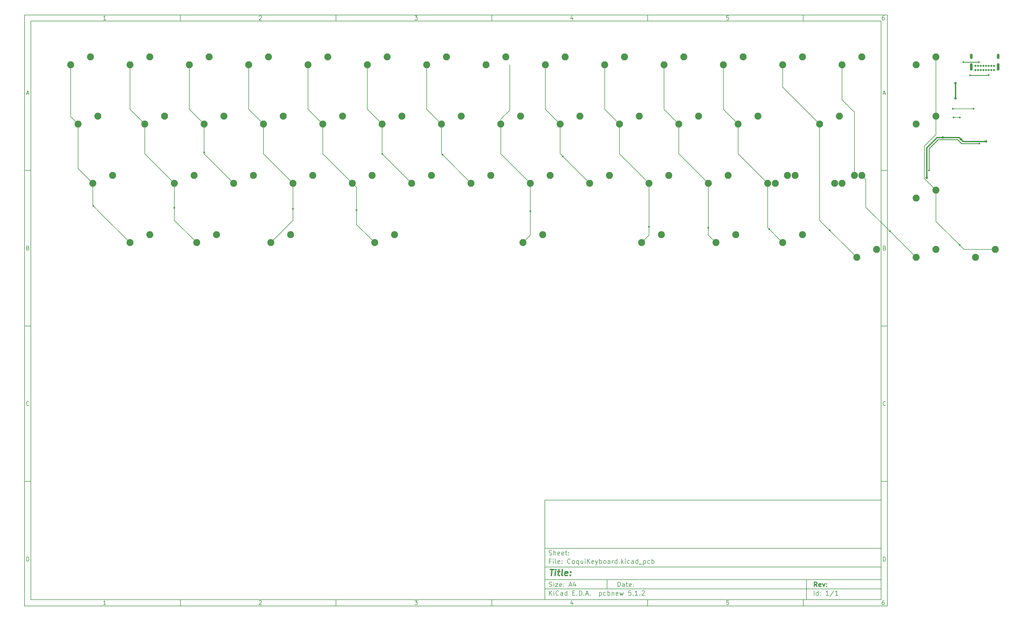
<source format=gbr>
%TF.GenerationSoftware,KiCad,Pcbnew,5.1.2*%
%TF.CreationDate,2019-06-09T19:24:23-04:00*%
%TF.ProjectId,CoquiKeyboard,436f7175-694b-4657-9962-6f6172642e6b,rev?*%
%TF.SameCoordinates,Original*%
%TF.FileFunction,Copper,L1,Top*%
%TF.FilePolarity,Positive*%
%FSLAX46Y46*%
G04 Gerber Fmt 4.6, Leading zero omitted, Abs format (unit mm)*
G04 Created by KiCad (PCBNEW 5.1.2) date 2019-06-09 19:24:23*
%MOMM*%
%LPD*%
G04 APERTURE LIST*
%ADD10C,0.100000*%
%ADD11C,0.150000*%
%ADD12C,0.300000*%
%ADD13C,0.400000*%
%ADD14C,2.250000*%
%ADD15C,0.650000*%
%ADD16O,0.900000X2.400000*%
%ADD17O,0.900000X1.700000*%
%ADD18C,0.800000*%
%ADD19C,0.600000*%
%ADD20C,0.381000*%
%ADD21C,0.203200*%
%ADD22C,0.250000*%
G04 APERTURE END LIST*
D10*
D11*
X177002200Y-166007200D02*
X177002200Y-198007200D01*
X285002200Y-198007200D01*
X285002200Y-166007200D01*
X177002200Y-166007200D01*
D10*
D11*
X10000000Y-10000000D02*
X10000000Y-200007200D01*
X287002200Y-200007200D01*
X287002200Y-10000000D01*
X10000000Y-10000000D01*
D10*
D11*
X12000000Y-12000000D02*
X12000000Y-198007200D01*
X285002200Y-198007200D01*
X285002200Y-12000000D01*
X12000000Y-12000000D01*
D10*
D11*
X60000000Y-12000000D02*
X60000000Y-10000000D01*
D10*
D11*
X110000000Y-12000000D02*
X110000000Y-10000000D01*
D10*
D11*
X160000000Y-12000000D02*
X160000000Y-10000000D01*
D10*
D11*
X210000000Y-12000000D02*
X210000000Y-10000000D01*
D10*
D11*
X260000000Y-12000000D02*
X260000000Y-10000000D01*
D10*
D11*
X36065476Y-11588095D02*
X35322619Y-11588095D01*
X35694047Y-11588095D02*
X35694047Y-10288095D01*
X35570238Y-10473809D01*
X35446428Y-10597619D01*
X35322619Y-10659523D01*
D10*
D11*
X85322619Y-10411904D02*
X85384523Y-10350000D01*
X85508333Y-10288095D01*
X85817857Y-10288095D01*
X85941666Y-10350000D01*
X86003571Y-10411904D01*
X86065476Y-10535714D01*
X86065476Y-10659523D01*
X86003571Y-10845238D01*
X85260714Y-11588095D01*
X86065476Y-11588095D01*
D10*
D11*
X135260714Y-10288095D02*
X136065476Y-10288095D01*
X135632142Y-10783333D01*
X135817857Y-10783333D01*
X135941666Y-10845238D01*
X136003571Y-10907142D01*
X136065476Y-11030952D01*
X136065476Y-11340476D01*
X136003571Y-11464285D01*
X135941666Y-11526190D01*
X135817857Y-11588095D01*
X135446428Y-11588095D01*
X135322619Y-11526190D01*
X135260714Y-11464285D01*
D10*
D11*
X185941666Y-10721428D02*
X185941666Y-11588095D01*
X185632142Y-10226190D02*
X185322619Y-11154761D01*
X186127380Y-11154761D01*
D10*
D11*
X236003571Y-10288095D02*
X235384523Y-10288095D01*
X235322619Y-10907142D01*
X235384523Y-10845238D01*
X235508333Y-10783333D01*
X235817857Y-10783333D01*
X235941666Y-10845238D01*
X236003571Y-10907142D01*
X236065476Y-11030952D01*
X236065476Y-11340476D01*
X236003571Y-11464285D01*
X235941666Y-11526190D01*
X235817857Y-11588095D01*
X235508333Y-11588095D01*
X235384523Y-11526190D01*
X235322619Y-11464285D01*
D10*
D11*
X285941666Y-10288095D02*
X285694047Y-10288095D01*
X285570238Y-10350000D01*
X285508333Y-10411904D01*
X285384523Y-10597619D01*
X285322619Y-10845238D01*
X285322619Y-11340476D01*
X285384523Y-11464285D01*
X285446428Y-11526190D01*
X285570238Y-11588095D01*
X285817857Y-11588095D01*
X285941666Y-11526190D01*
X286003571Y-11464285D01*
X286065476Y-11340476D01*
X286065476Y-11030952D01*
X286003571Y-10907142D01*
X285941666Y-10845238D01*
X285817857Y-10783333D01*
X285570238Y-10783333D01*
X285446428Y-10845238D01*
X285384523Y-10907142D01*
X285322619Y-11030952D01*
D10*
D11*
X60000000Y-198007200D02*
X60000000Y-200007200D01*
D10*
D11*
X110000000Y-198007200D02*
X110000000Y-200007200D01*
D10*
D11*
X160000000Y-198007200D02*
X160000000Y-200007200D01*
D10*
D11*
X210000000Y-198007200D02*
X210000000Y-200007200D01*
D10*
D11*
X260000000Y-198007200D02*
X260000000Y-200007200D01*
D10*
D11*
X36065476Y-199595295D02*
X35322619Y-199595295D01*
X35694047Y-199595295D02*
X35694047Y-198295295D01*
X35570238Y-198481009D01*
X35446428Y-198604819D01*
X35322619Y-198666723D01*
D10*
D11*
X85322619Y-198419104D02*
X85384523Y-198357200D01*
X85508333Y-198295295D01*
X85817857Y-198295295D01*
X85941666Y-198357200D01*
X86003571Y-198419104D01*
X86065476Y-198542914D01*
X86065476Y-198666723D01*
X86003571Y-198852438D01*
X85260714Y-199595295D01*
X86065476Y-199595295D01*
D10*
D11*
X135260714Y-198295295D02*
X136065476Y-198295295D01*
X135632142Y-198790533D01*
X135817857Y-198790533D01*
X135941666Y-198852438D01*
X136003571Y-198914342D01*
X136065476Y-199038152D01*
X136065476Y-199347676D01*
X136003571Y-199471485D01*
X135941666Y-199533390D01*
X135817857Y-199595295D01*
X135446428Y-199595295D01*
X135322619Y-199533390D01*
X135260714Y-199471485D01*
D10*
D11*
X185941666Y-198728628D02*
X185941666Y-199595295D01*
X185632142Y-198233390D02*
X185322619Y-199161961D01*
X186127380Y-199161961D01*
D10*
D11*
X236003571Y-198295295D02*
X235384523Y-198295295D01*
X235322619Y-198914342D01*
X235384523Y-198852438D01*
X235508333Y-198790533D01*
X235817857Y-198790533D01*
X235941666Y-198852438D01*
X236003571Y-198914342D01*
X236065476Y-199038152D01*
X236065476Y-199347676D01*
X236003571Y-199471485D01*
X235941666Y-199533390D01*
X235817857Y-199595295D01*
X235508333Y-199595295D01*
X235384523Y-199533390D01*
X235322619Y-199471485D01*
D10*
D11*
X285941666Y-198295295D02*
X285694047Y-198295295D01*
X285570238Y-198357200D01*
X285508333Y-198419104D01*
X285384523Y-198604819D01*
X285322619Y-198852438D01*
X285322619Y-199347676D01*
X285384523Y-199471485D01*
X285446428Y-199533390D01*
X285570238Y-199595295D01*
X285817857Y-199595295D01*
X285941666Y-199533390D01*
X286003571Y-199471485D01*
X286065476Y-199347676D01*
X286065476Y-199038152D01*
X286003571Y-198914342D01*
X285941666Y-198852438D01*
X285817857Y-198790533D01*
X285570238Y-198790533D01*
X285446428Y-198852438D01*
X285384523Y-198914342D01*
X285322619Y-199038152D01*
D10*
D11*
X10000000Y-60000000D02*
X12000000Y-60000000D01*
D10*
D11*
X10000000Y-110000000D02*
X12000000Y-110000000D01*
D10*
D11*
X10000000Y-160000000D02*
X12000000Y-160000000D01*
D10*
D11*
X10690476Y-35216666D02*
X11309523Y-35216666D01*
X10566666Y-35588095D02*
X11000000Y-34288095D01*
X11433333Y-35588095D01*
D10*
D11*
X11092857Y-84907142D02*
X11278571Y-84969047D01*
X11340476Y-85030952D01*
X11402380Y-85154761D01*
X11402380Y-85340476D01*
X11340476Y-85464285D01*
X11278571Y-85526190D01*
X11154761Y-85588095D01*
X10659523Y-85588095D01*
X10659523Y-84288095D01*
X11092857Y-84288095D01*
X11216666Y-84350000D01*
X11278571Y-84411904D01*
X11340476Y-84535714D01*
X11340476Y-84659523D01*
X11278571Y-84783333D01*
X11216666Y-84845238D01*
X11092857Y-84907142D01*
X10659523Y-84907142D01*
D10*
D11*
X11402380Y-135464285D02*
X11340476Y-135526190D01*
X11154761Y-135588095D01*
X11030952Y-135588095D01*
X10845238Y-135526190D01*
X10721428Y-135402380D01*
X10659523Y-135278571D01*
X10597619Y-135030952D01*
X10597619Y-134845238D01*
X10659523Y-134597619D01*
X10721428Y-134473809D01*
X10845238Y-134350000D01*
X11030952Y-134288095D01*
X11154761Y-134288095D01*
X11340476Y-134350000D01*
X11402380Y-134411904D01*
D10*
D11*
X10659523Y-185588095D02*
X10659523Y-184288095D01*
X10969047Y-184288095D01*
X11154761Y-184350000D01*
X11278571Y-184473809D01*
X11340476Y-184597619D01*
X11402380Y-184845238D01*
X11402380Y-185030952D01*
X11340476Y-185278571D01*
X11278571Y-185402380D01*
X11154761Y-185526190D01*
X10969047Y-185588095D01*
X10659523Y-185588095D01*
D10*
D11*
X287002200Y-60000000D02*
X285002200Y-60000000D01*
D10*
D11*
X287002200Y-110000000D02*
X285002200Y-110000000D01*
D10*
D11*
X287002200Y-160000000D02*
X285002200Y-160000000D01*
D10*
D11*
X285692676Y-35216666D02*
X286311723Y-35216666D01*
X285568866Y-35588095D02*
X286002200Y-34288095D01*
X286435533Y-35588095D01*
D10*
D11*
X286095057Y-84907142D02*
X286280771Y-84969047D01*
X286342676Y-85030952D01*
X286404580Y-85154761D01*
X286404580Y-85340476D01*
X286342676Y-85464285D01*
X286280771Y-85526190D01*
X286156961Y-85588095D01*
X285661723Y-85588095D01*
X285661723Y-84288095D01*
X286095057Y-84288095D01*
X286218866Y-84350000D01*
X286280771Y-84411904D01*
X286342676Y-84535714D01*
X286342676Y-84659523D01*
X286280771Y-84783333D01*
X286218866Y-84845238D01*
X286095057Y-84907142D01*
X285661723Y-84907142D01*
D10*
D11*
X286404580Y-135464285D02*
X286342676Y-135526190D01*
X286156961Y-135588095D01*
X286033152Y-135588095D01*
X285847438Y-135526190D01*
X285723628Y-135402380D01*
X285661723Y-135278571D01*
X285599819Y-135030952D01*
X285599819Y-134845238D01*
X285661723Y-134597619D01*
X285723628Y-134473809D01*
X285847438Y-134350000D01*
X286033152Y-134288095D01*
X286156961Y-134288095D01*
X286342676Y-134350000D01*
X286404580Y-134411904D01*
D10*
D11*
X285661723Y-185588095D02*
X285661723Y-184288095D01*
X285971247Y-184288095D01*
X286156961Y-184350000D01*
X286280771Y-184473809D01*
X286342676Y-184597619D01*
X286404580Y-184845238D01*
X286404580Y-185030952D01*
X286342676Y-185278571D01*
X286280771Y-185402380D01*
X286156961Y-185526190D01*
X285971247Y-185588095D01*
X285661723Y-185588095D01*
D10*
D11*
X200434342Y-193785771D02*
X200434342Y-192285771D01*
X200791485Y-192285771D01*
X201005771Y-192357200D01*
X201148628Y-192500057D01*
X201220057Y-192642914D01*
X201291485Y-192928628D01*
X201291485Y-193142914D01*
X201220057Y-193428628D01*
X201148628Y-193571485D01*
X201005771Y-193714342D01*
X200791485Y-193785771D01*
X200434342Y-193785771D01*
X202577200Y-193785771D02*
X202577200Y-193000057D01*
X202505771Y-192857200D01*
X202362914Y-192785771D01*
X202077200Y-192785771D01*
X201934342Y-192857200D01*
X202577200Y-193714342D02*
X202434342Y-193785771D01*
X202077200Y-193785771D01*
X201934342Y-193714342D01*
X201862914Y-193571485D01*
X201862914Y-193428628D01*
X201934342Y-193285771D01*
X202077200Y-193214342D01*
X202434342Y-193214342D01*
X202577200Y-193142914D01*
X203077200Y-192785771D02*
X203648628Y-192785771D01*
X203291485Y-192285771D02*
X203291485Y-193571485D01*
X203362914Y-193714342D01*
X203505771Y-193785771D01*
X203648628Y-193785771D01*
X204720057Y-193714342D02*
X204577200Y-193785771D01*
X204291485Y-193785771D01*
X204148628Y-193714342D01*
X204077200Y-193571485D01*
X204077200Y-193000057D01*
X204148628Y-192857200D01*
X204291485Y-192785771D01*
X204577200Y-192785771D01*
X204720057Y-192857200D01*
X204791485Y-193000057D01*
X204791485Y-193142914D01*
X204077200Y-193285771D01*
X205434342Y-193642914D02*
X205505771Y-193714342D01*
X205434342Y-193785771D01*
X205362914Y-193714342D01*
X205434342Y-193642914D01*
X205434342Y-193785771D01*
X205434342Y-192857200D02*
X205505771Y-192928628D01*
X205434342Y-193000057D01*
X205362914Y-192928628D01*
X205434342Y-192857200D01*
X205434342Y-193000057D01*
D10*
D11*
X177002200Y-194507200D02*
X285002200Y-194507200D01*
D10*
D11*
X178434342Y-196585771D02*
X178434342Y-195085771D01*
X179291485Y-196585771D02*
X178648628Y-195728628D01*
X179291485Y-195085771D02*
X178434342Y-195942914D01*
X179934342Y-196585771D02*
X179934342Y-195585771D01*
X179934342Y-195085771D02*
X179862914Y-195157200D01*
X179934342Y-195228628D01*
X180005771Y-195157200D01*
X179934342Y-195085771D01*
X179934342Y-195228628D01*
X181505771Y-196442914D02*
X181434342Y-196514342D01*
X181220057Y-196585771D01*
X181077200Y-196585771D01*
X180862914Y-196514342D01*
X180720057Y-196371485D01*
X180648628Y-196228628D01*
X180577200Y-195942914D01*
X180577200Y-195728628D01*
X180648628Y-195442914D01*
X180720057Y-195300057D01*
X180862914Y-195157200D01*
X181077200Y-195085771D01*
X181220057Y-195085771D01*
X181434342Y-195157200D01*
X181505771Y-195228628D01*
X182791485Y-196585771D02*
X182791485Y-195800057D01*
X182720057Y-195657200D01*
X182577200Y-195585771D01*
X182291485Y-195585771D01*
X182148628Y-195657200D01*
X182791485Y-196514342D02*
X182648628Y-196585771D01*
X182291485Y-196585771D01*
X182148628Y-196514342D01*
X182077200Y-196371485D01*
X182077200Y-196228628D01*
X182148628Y-196085771D01*
X182291485Y-196014342D01*
X182648628Y-196014342D01*
X182791485Y-195942914D01*
X184148628Y-196585771D02*
X184148628Y-195085771D01*
X184148628Y-196514342D02*
X184005771Y-196585771D01*
X183720057Y-196585771D01*
X183577200Y-196514342D01*
X183505771Y-196442914D01*
X183434342Y-196300057D01*
X183434342Y-195871485D01*
X183505771Y-195728628D01*
X183577200Y-195657200D01*
X183720057Y-195585771D01*
X184005771Y-195585771D01*
X184148628Y-195657200D01*
X186005771Y-195800057D02*
X186505771Y-195800057D01*
X186720057Y-196585771D02*
X186005771Y-196585771D01*
X186005771Y-195085771D01*
X186720057Y-195085771D01*
X187362914Y-196442914D02*
X187434342Y-196514342D01*
X187362914Y-196585771D01*
X187291485Y-196514342D01*
X187362914Y-196442914D01*
X187362914Y-196585771D01*
X188077200Y-196585771D02*
X188077200Y-195085771D01*
X188434342Y-195085771D01*
X188648628Y-195157200D01*
X188791485Y-195300057D01*
X188862914Y-195442914D01*
X188934342Y-195728628D01*
X188934342Y-195942914D01*
X188862914Y-196228628D01*
X188791485Y-196371485D01*
X188648628Y-196514342D01*
X188434342Y-196585771D01*
X188077200Y-196585771D01*
X189577200Y-196442914D02*
X189648628Y-196514342D01*
X189577200Y-196585771D01*
X189505771Y-196514342D01*
X189577200Y-196442914D01*
X189577200Y-196585771D01*
X190220057Y-196157200D02*
X190934342Y-196157200D01*
X190077200Y-196585771D02*
X190577200Y-195085771D01*
X191077200Y-196585771D01*
X191577200Y-196442914D02*
X191648628Y-196514342D01*
X191577200Y-196585771D01*
X191505771Y-196514342D01*
X191577200Y-196442914D01*
X191577200Y-196585771D01*
X194577200Y-195585771D02*
X194577200Y-197085771D01*
X194577200Y-195657200D02*
X194720057Y-195585771D01*
X195005771Y-195585771D01*
X195148628Y-195657200D01*
X195220057Y-195728628D01*
X195291485Y-195871485D01*
X195291485Y-196300057D01*
X195220057Y-196442914D01*
X195148628Y-196514342D01*
X195005771Y-196585771D01*
X194720057Y-196585771D01*
X194577200Y-196514342D01*
X196577200Y-196514342D02*
X196434342Y-196585771D01*
X196148628Y-196585771D01*
X196005771Y-196514342D01*
X195934342Y-196442914D01*
X195862914Y-196300057D01*
X195862914Y-195871485D01*
X195934342Y-195728628D01*
X196005771Y-195657200D01*
X196148628Y-195585771D01*
X196434342Y-195585771D01*
X196577200Y-195657200D01*
X197220057Y-196585771D02*
X197220057Y-195085771D01*
X197220057Y-195657200D02*
X197362914Y-195585771D01*
X197648628Y-195585771D01*
X197791485Y-195657200D01*
X197862914Y-195728628D01*
X197934342Y-195871485D01*
X197934342Y-196300057D01*
X197862914Y-196442914D01*
X197791485Y-196514342D01*
X197648628Y-196585771D01*
X197362914Y-196585771D01*
X197220057Y-196514342D01*
X198577200Y-195585771D02*
X198577200Y-196585771D01*
X198577200Y-195728628D02*
X198648628Y-195657200D01*
X198791485Y-195585771D01*
X199005771Y-195585771D01*
X199148628Y-195657200D01*
X199220057Y-195800057D01*
X199220057Y-196585771D01*
X200505771Y-196514342D02*
X200362914Y-196585771D01*
X200077200Y-196585771D01*
X199934342Y-196514342D01*
X199862914Y-196371485D01*
X199862914Y-195800057D01*
X199934342Y-195657200D01*
X200077200Y-195585771D01*
X200362914Y-195585771D01*
X200505771Y-195657200D01*
X200577200Y-195800057D01*
X200577200Y-195942914D01*
X199862914Y-196085771D01*
X201077200Y-195585771D02*
X201362914Y-196585771D01*
X201648628Y-195871485D01*
X201934342Y-196585771D01*
X202220057Y-195585771D01*
X204648628Y-195085771D02*
X203934342Y-195085771D01*
X203862914Y-195800057D01*
X203934342Y-195728628D01*
X204077200Y-195657200D01*
X204434342Y-195657200D01*
X204577200Y-195728628D01*
X204648628Y-195800057D01*
X204720057Y-195942914D01*
X204720057Y-196300057D01*
X204648628Y-196442914D01*
X204577200Y-196514342D01*
X204434342Y-196585771D01*
X204077200Y-196585771D01*
X203934342Y-196514342D01*
X203862914Y-196442914D01*
X205362914Y-196442914D02*
X205434342Y-196514342D01*
X205362914Y-196585771D01*
X205291485Y-196514342D01*
X205362914Y-196442914D01*
X205362914Y-196585771D01*
X206862914Y-196585771D02*
X206005771Y-196585771D01*
X206434342Y-196585771D02*
X206434342Y-195085771D01*
X206291485Y-195300057D01*
X206148628Y-195442914D01*
X206005771Y-195514342D01*
X207505771Y-196442914D02*
X207577200Y-196514342D01*
X207505771Y-196585771D01*
X207434342Y-196514342D01*
X207505771Y-196442914D01*
X207505771Y-196585771D01*
X208148628Y-195228628D02*
X208220057Y-195157200D01*
X208362914Y-195085771D01*
X208720057Y-195085771D01*
X208862914Y-195157200D01*
X208934342Y-195228628D01*
X209005771Y-195371485D01*
X209005771Y-195514342D01*
X208934342Y-195728628D01*
X208077200Y-196585771D01*
X209005771Y-196585771D01*
D10*
D11*
X177002200Y-191507200D02*
X285002200Y-191507200D01*
D10*
D12*
X264411485Y-193785771D02*
X263911485Y-193071485D01*
X263554342Y-193785771D02*
X263554342Y-192285771D01*
X264125771Y-192285771D01*
X264268628Y-192357200D01*
X264340057Y-192428628D01*
X264411485Y-192571485D01*
X264411485Y-192785771D01*
X264340057Y-192928628D01*
X264268628Y-193000057D01*
X264125771Y-193071485D01*
X263554342Y-193071485D01*
X265625771Y-193714342D02*
X265482914Y-193785771D01*
X265197200Y-193785771D01*
X265054342Y-193714342D01*
X264982914Y-193571485D01*
X264982914Y-193000057D01*
X265054342Y-192857200D01*
X265197200Y-192785771D01*
X265482914Y-192785771D01*
X265625771Y-192857200D01*
X265697200Y-193000057D01*
X265697200Y-193142914D01*
X264982914Y-193285771D01*
X266197200Y-192785771D02*
X266554342Y-193785771D01*
X266911485Y-192785771D01*
X267482914Y-193642914D02*
X267554342Y-193714342D01*
X267482914Y-193785771D01*
X267411485Y-193714342D01*
X267482914Y-193642914D01*
X267482914Y-193785771D01*
X267482914Y-192857200D02*
X267554342Y-192928628D01*
X267482914Y-193000057D01*
X267411485Y-192928628D01*
X267482914Y-192857200D01*
X267482914Y-193000057D01*
D10*
D11*
X178362914Y-193714342D02*
X178577200Y-193785771D01*
X178934342Y-193785771D01*
X179077200Y-193714342D01*
X179148628Y-193642914D01*
X179220057Y-193500057D01*
X179220057Y-193357200D01*
X179148628Y-193214342D01*
X179077200Y-193142914D01*
X178934342Y-193071485D01*
X178648628Y-193000057D01*
X178505771Y-192928628D01*
X178434342Y-192857200D01*
X178362914Y-192714342D01*
X178362914Y-192571485D01*
X178434342Y-192428628D01*
X178505771Y-192357200D01*
X178648628Y-192285771D01*
X179005771Y-192285771D01*
X179220057Y-192357200D01*
X179862914Y-193785771D02*
X179862914Y-192785771D01*
X179862914Y-192285771D02*
X179791485Y-192357200D01*
X179862914Y-192428628D01*
X179934342Y-192357200D01*
X179862914Y-192285771D01*
X179862914Y-192428628D01*
X180434342Y-192785771D02*
X181220057Y-192785771D01*
X180434342Y-193785771D01*
X181220057Y-193785771D01*
X182362914Y-193714342D02*
X182220057Y-193785771D01*
X181934342Y-193785771D01*
X181791485Y-193714342D01*
X181720057Y-193571485D01*
X181720057Y-193000057D01*
X181791485Y-192857200D01*
X181934342Y-192785771D01*
X182220057Y-192785771D01*
X182362914Y-192857200D01*
X182434342Y-193000057D01*
X182434342Y-193142914D01*
X181720057Y-193285771D01*
X183077200Y-193642914D02*
X183148628Y-193714342D01*
X183077200Y-193785771D01*
X183005771Y-193714342D01*
X183077200Y-193642914D01*
X183077200Y-193785771D01*
X183077200Y-192857200D02*
X183148628Y-192928628D01*
X183077200Y-193000057D01*
X183005771Y-192928628D01*
X183077200Y-192857200D01*
X183077200Y-193000057D01*
X184862914Y-193357200D02*
X185577200Y-193357200D01*
X184720057Y-193785771D02*
X185220057Y-192285771D01*
X185720057Y-193785771D01*
X186862914Y-192785771D02*
X186862914Y-193785771D01*
X186505771Y-192214342D02*
X186148628Y-193285771D01*
X187077200Y-193285771D01*
D10*
D11*
X263434342Y-196585771D02*
X263434342Y-195085771D01*
X264791485Y-196585771D02*
X264791485Y-195085771D01*
X264791485Y-196514342D02*
X264648628Y-196585771D01*
X264362914Y-196585771D01*
X264220057Y-196514342D01*
X264148628Y-196442914D01*
X264077200Y-196300057D01*
X264077200Y-195871485D01*
X264148628Y-195728628D01*
X264220057Y-195657200D01*
X264362914Y-195585771D01*
X264648628Y-195585771D01*
X264791485Y-195657200D01*
X265505771Y-196442914D02*
X265577200Y-196514342D01*
X265505771Y-196585771D01*
X265434342Y-196514342D01*
X265505771Y-196442914D01*
X265505771Y-196585771D01*
X265505771Y-195657200D02*
X265577200Y-195728628D01*
X265505771Y-195800057D01*
X265434342Y-195728628D01*
X265505771Y-195657200D01*
X265505771Y-195800057D01*
X268148628Y-196585771D02*
X267291485Y-196585771D01*
X267720057Y-196585771D02*
X267720057Y-195085771D01*
X267577200Y-195300057D01*
X267434342Y-195442914D01*
X267291485Y-195514342D01*
X269862914Y-195014342D02*
X268577200Y-196942914D01*
X271148628Y-196585771D02*
X270291485Y-196585771D01*
X270720057Y-196585771D02*
X270720057Y-195085771D01*
X270577200Y-195300057D01*
X270434342Y-195442914D01*
X270291485Y-195514342D01*
D10*
D11*
X177002200Y-187507200D02*
X285002200Y-187507200D01*
D10*
D13*
X178714580Y-188211961D02*
X179857438Y-188211961D01*
X179036009Y-190211961D02*
X179286009Y-188211961D01*
X180274104Y-190211961D02*
X180440771Y-188878628D01*
X180524104Y-188211961D02*
X180416961Y-188307200D01*
X180500295Y-188402438D01*
X180607438Y-188307200D01*
X180524104Y-188211961D01*
X180500295Y-188402438D01*
X181107438Y-188878628D02*
X181869342Y-188878628D01*
X181476485Y-188211961D02*
X181262200Y-189926247D01*
X181333628Y-190116723D01*
X181512200Y-190211961D01*
X181702676Y-190211961D01*
X182655057Y-190211961D02*
X182476485Y-190116723D01*
X182405057Y-189926247D01*
X182619342Y-188211961D01*
X184190771Y-190116723D02*
X183988390Y-190211961D01*
X183607438Y-190211961D01*
X183428866Y-190116723D01*
X183357438Y-189926247D01*
X183452676Y-189164342D01*
X183571723Y-188973866D01*
X183774104Y-188878628D01*
X184155057Y-188878628D01*
X184333628Y-188973866D01*
X184405057Y-189164342D01*
X184381247Y-189354819D01*
X183405057Y-189545295D01*
X185155057Y-190021485D02*
X185238390Y-190116723D01*
X185131247Y-190211961D01*
X185047914Y-190116723D01*
X185155057Y-190021485D01*
X185131247Y-190211961D01*
X185286009Y-188973866D02*
X185369342Y-189069104D01*
X185262200Y-189164342D01*
X185178866Y-189069104D01*
X185286009Y-188973866D01*
X185262200Y-189164342D01*
D10*
D11*
X178934342Y-185600057D02*
X178434342Y-185600057D01*
X178434342Y-186385771D02*
X178434342Y-184885771D01*
X179148628Y-184885771D01*
X179720057Y-186385771D02*
X179720057Y-185385771D01*
X179720057Y-184885771D02*
X179648628Y-184957200D01*
X179720057Y-185028628D01*
X179791485Y-184957200D01*
X179720057Y-184885771D01*
X179720057Y-185028628D01*
X180648628Y-186385771D02*
X180505771Y-186314342D01*
X180434342Y-186171485D01*
X180434342Y-184885771D01*
X181791485Y-186314342D02*
X181648628Y-186385771D01*
X181362914Y-186385771D01*
X181220057Y-186314342D01*
X181148628Y-186171485D01*
X181148628Y-185600057D01*
X181220057Y-185457200D01*
X181362914Y-185385771D01*
X181648628Y-185385771D01*
X181791485Y-185457200D01*
X181862914Y-185600057D01*
X181862914Y-185742914D01*
X181148628Y-185885771D01*
X182505771Y-186242914D02*
X182577200Y-186314342D01*
X182505771Y-186385771D01*
X182434342Y-186314342D01*
X182505771Y-186242914D01*
X182505771Y-186385771D01*
X182505771Y-185457200D02*
X182577200Y-185528628D01*
X182505771Y-185600057D01*
X182434342Y-185528628D01*
X182505771Y-185457200D01*
X182505771Y-185600057D01*
X185220057Y-186242914D02*
X185148628Y-186314342D01*
X184934342Y-186385771D01*
X184791485Y-186385771D01*
X184577200Y-186314342D01*
X184434342Y-186171485D01*
X184362914Y-186028628D01*
X184291485Y-185742914D01*
X184291485Y-185528628D01*
X184362914Y-185242914D01*
X184434342Y-185100057D01*
X184577200Y-184957200D01*
X184791485Y-184885771D01*
X184934342Y-184885771D01*
X185148628Y-184957200D01*
X185220057Y-185028628D01*
X186077200Y-186385771D02*
X185934342Y-186314342D01*
X185862914Y-186242914D01*
X185791485Y-186100057D01*
X185791485Y-185671485D01*
X185862914Y-185528628D01*
X185934342Y-185457200D01*
X186077200Y-185385771D01*
X186291485Y-185385771D01*
X186434342Y-185457200D01*
X186505771Y-185528628D01*
X186577200Y-185671485D01*
X186577200Y-186100057D01*
X186505771Y-186242914D01*
X186434342Y-186314342D01*
X186291485Y-186385771D01*
X186077200Y-186385771D01*
X187862914Y-185385771D02*
X187862914Y-186885771D01*
X187862914Y-186314342D02*
X187720057Y-186385771D01*
X187434342Y-186385771D01*
X187291485Y-186314342D01*
X187220057Y-186242914D01*
X187148628Y-186100057D01*
X187148628Y-185671485D01*
X187220057Y-185528628D01*
X187291485Y-185457200D01*
X187434342Y-185385771D01*
X187720057Y-185385771D01*
X187862914Y-185457200D01*
X189220057Y-185385771D02*
X189220057Y-186385771D01*
X188577200Y-185385771D02*
X188577200Y-186171485D01*
X188648628Y-186314342D01*
X188791485Y-186385771D01*
X189005771Y-186385771D01*
X189148628Y-186314342D01*
X189220057Y-186242914D01*
X189934342Y-186385771D02*
X189934342Y-185385771D01*
X189934342Y-184885771D02*
X189862914Y-184957200D01*
X189934342Y-185028628D01*
X190005771Y-184957200D01*
X189934342Y-184885771D01*
X189934342Y-185028628D01*
X190648628Y-186385771D02*
X190648628Y-184885771D01*
X191505771Y-186385771D02*
X190862914Y-185528628D01*
X191505771Y-184885771D02*
X190648628Y-185742914D01*
X192720057Y-186314342D02*
X192577200Y-186385771D01*
X192291485Y-186385771D01*
X192148628Y-186314342D01*
X192077200Y-186171485D01*
X192077200Y-185600057D01*
X192148628Y-185457200D01*
X192291485Y-185385771D01*
X192577200Y-185385771D01*
X192720057Y-185457200D01*
X192791485Y-185600057D01*
X192791485Y-185742914D01*
X192077200Y-185885771D01*
X193291485Y-185385771D02*
X193648628Y-186385771D01*
X194005771Y-185385771D02*
X193648628Y-186385771D01*
X193505771Y-186742914D01*
X193434342Y-186814342D01*
X193291485Y-186885771D01*
X194577200Y-186385771D02*
X194577200Y-184885771D01*
X194577200Y-185457200D02*
X194720057Y-185385771D01*
X195005771Y-185385771D01*
X195148628Y-185457200D01*
X195220057Y-185528628D01*
X195291485Y-185671485D01*
X195291485Y-186100057D01*
X195220057Y-186242914D01*
X195148628Y-186314342D01*
X195005771Y-186385771D01*
X194720057Y-186385771D01*
X194577200Y-186314342D01*
X196148628Y-186385771D02*
X196005771Y-186314342D01*
X195934342Y-186242914D01*
X195862914Y-186100057D01*
X195862914Y-185671485D01*
X195934342Y-185528628D01*
X196005771Y-185457200D01*
X196148628Y-185385771D01*
X196362914Y-185385771D01*
X196505771Y-185457200D01*
X196577200Y-185528628D01*
X196648628Y-185671485D01*
X196648628Y-186100057D01*
X196577200Y-186242914D01*
X196505771Y-186314342D01*
X196362914Y-186385771D01*
X196148628Y-186385771D01*
X197934342Y-186385771D02*
X197934342Y-185600057D01*
X197862914Y-185457200D01*
X197720057Y-185385771D01*
X197434342Y-185385771D01*
X197291485Y-185457200D01*
X197934342Y-186314342D02*
X197791485Y-186385771D01*
X197434342Y-186385771D01*
X197291485Y-186314342D01*
X197220057Y-186171485D01*
X197220057Y-186028628D01*
X197291485Y-185885771D01*
X197434342Y-185814342D01*
X197791485Y-185814342D01*
X197934342Y-185742914D01*
X198648628Y-186385771D02*
X198648628Y-185385771D01*
X198648628Y-185671485D02*
X198720057Y-185528628D01*
X198791485Y-185457200D01*
X198934342Y-185385771D01*
X199077200Y-185385771D01*
X200220057Y-186385771D02*
X200220057Y-184885771D01*
X200220057Y-186314342D02*
X200077200Y-186385771D01*
X199791485Y-186385771D01*
X199648628Y-186314342D01*
X199577200Y-186242914D01*
X199505771Y-186100057D01*
X199505771Y-185671485D01*
X199577200Y-185528628D01*
X199648628Y-185457200D01*
X199791485Y-185385771D01*
X200077200Y-185385771D01*
X200220057Y-185457200D01*
X200934342Y-186242914D02*
X201005771Y-186314342D01*
X200934342Y-186385771D01*
X200862914Y-186314342D01*
X200934342Y-186242914D01*
X200934342Y-186385771D01*
X201648628Y-186385771D02*
X201648628Y-184885771D01*
X201791485Y-185814342D02*
X202220057Y-186385771D01*
X202220057Y-185385771D02*
X201648628Y-185957200D01*
X202862914Y-186385771D02*
X202862914Y-185385771D01*
X202862914Y-184885771D02*
X202791485Y-184957200D01*
X202862914Y-185028628D01*
X202934342Y-184957200D01*
X202862914Y-184885771D01*
X202862914Y-185028628D01*
X204220057Y-186314342D02*
X204077200Y-186385771D01*
X203791485Y-186385771D01*
X203648628Y-186314342D01*
X203577200Y-186242914D01*
X203505771Y-186100057D01*
X203505771Y-185671485D01*
X203577200Y-185528628D01*
X203648628Y-185457200D01*
X203791485Y-185385771D01*
X204077200Y-185385771D01*
X204220057Y-185457200D01*
X205505771Y-186385771D02*
X205505771Y-185600057D01*
X205434342Y-185457200D01*
X205291485Y-185385771D01*
X205005771Y-185385771D01*
X204862914Y-185457200D01*
X205505771Y-186314342D02*
X205362914Y-186385771D01*
X205005771Y-186385771D01*
X204862914Y-186314342D01*
X204791485Y-186171485D01*
X204791485Y-186028628D01*
X204862914Y-185885771D01*
X205005771Y-185814342D01*
X205362914Y-185814342D01*
X205505771Y-185742914D01*
X206862914Y-186385771D02*
X206862914Y-184885771D01*
X206862914Y-186314342D02*
X206720057Y-186385771D01*
X206434342Y-186385771D01*
X206291485Y-186314342D01*
X206220057Y-186242914D01*
X206148628Y-186100057D01*
X206148628Y-185671485D01*
X206220057Y-185528628D01*
X206291485Y-185457200D01*
X206434342Y-185385771D01*
X206720057Y-185385771D01*
X206862914Y-185457200D01*
X207220057Y-186528628D02*
X208362914Y-186528628D01*
X208720057Y-185385771D02*
X208720057Y-186885771D01*
X208720057Y-185457200D02*
X208862914Y-185385771D01*
X209148628Y-185385771D01*
X209291485Y-185457200D01*
X209362914Y-185528628D01*
X209434342Y-185671485D01*
X209434342Y-186100057D01*
X209362914Y-186242914D01*
X209291485Y-186314342D01*
X209148628Y-186385771D01*
X208862914Y-186385771D01*
X208720057Y-186314342D01*
X210720057Y-186314342D02*
X210577200Y-186385771D01*
X210291485Y-186385771D01*
X210148628Y-186314342D01*
X210077200Y-186242914D01*
X210005771Y-186100057D01*
X210005771Y-185671485D01*
X210077200Y-185528628D01*
X210148628Y-185457200D01*
X210291485Y-185385771D01*
X210577200Y-185385771D01*
X210720057Y-185457200D01*
X211362914Y-186385771D02*
X211362914Y-184885771D01*
X211362914Y-185457200D02*
X211505771Y-185385771D01*
X211791485Y-185385771D01*
X211934342Y-185457200D01*
X212005771Y-185528628D01*
X212077200Y-185671485D01*
X212077200Y-186100057D01*
X212005771Y-186242914D01*
X211934342Y-186314342D01*
X211791485Y-186385771D01*
X211505771Y-186385771D01*
X211362914Y-186314342D01*
D10*
D11*
X177002200Y-181507200D02*
X285002200Y-181507200D01*
D10*
D11*
X178362914Y-183614342D02*
X178577200Y-183685771D01*
X178934342Y-183685771D01*
X179077200Y-183614342D01*
X179148628Y-183542914D01*
X179220057Y-183400057D01*
X179220057Y-183257200D01*
X179148628Y-183114342D01*
X179077200Y-183042914D01*
X178934342Y-182971485D01*
X178648628Y-182900057D01*
X178505771Y-182828628D01*
X178434342Y-182757200D01*
X178362914Y-182614342D01*
X178362914Y-182471485D01*
X178434342Y-182328628D01*
X178505771Y-182257200D01*
X178648628Y-182185771D01*
X179005771Y-182185771D01*
X179220057Y-182257200D01*
X179862914Y-183685771D02*
X179862914Y-182185771D01*
X180505771Y-183685771D02*
X180505771Y-182900057D01*
X180434342Y-182757200D01*
X180291485Y-182685771D01*
X180077200Y-182685771D01*
X179934342Y-182757200D01*
X179862914Y-182828628D01*
X181791485Y-183614342D02*
X181648628Y-183685771D01*
X181362914Y-183685771D01*
X181220057Y-183614342D01*
X181148628Y-183471485D01*
X181148628Y-182900057D01*
X181220057Y-182757200D01*
X181362914Y-182685771D01*
X181648628Y-182685771D01*
X181791485Y-182757200D01*
X181862914Y-182900057D01*
X181862914Y-183042914D01*
X181148628Y-183185771D01*
X183077200Y-183614342D02*
X182934342Y-183685771D01*
X182648628Y-183685771D01*
X182505771Y-183614342D01*
X182434342Y-183471485D01*
X182434342Y-182900057D01*
X182505771Y-182757200D01*
X182648628Y-182685771D01*
X182934342Y-182685771D01*
X183077200Y-182757200D01*
X183148628Y-182900057D01*
X183148628Y-183042914D01*
X182434342Y-183185771D01*
X183577200Y-182685771D02*
X184148628Y-182685771D01*
X183791485Y-182185771D02*
X183791485Y-183471485D01*
X183862914Y-183614342D01*
X184005771Y-183685771D01*
X184148628Y-183685771D01*
X184648628Y-183542914D02*
X184720057Y-183614342D01*
X184648628Y-183685771D01*
X184577200Y-183614342D01*
X184648628Y-183542914D01*
X184648628Y-183685771D01*
X184648628Y-182757200D02*
X184720057Y-182828628D01*
X184648628Y-182900057D01*
X184577200Y-182828628D01*
X184648628Y-182757200D01*
X184648628Y-182900057D01*
D10*
D11*
X197002200Y-191507200D02*
X197002200Y-194507200D01*
D10*
D11*
X261002200Y-191507200D02*
X261002200Y-198007200D01*
D14*
X302577500Y-23495000D03*
X296227500Y-26035000D03*
X164465000Y-23495000D03*
X158115000Y-26035000D03*
D15*
X319537000Y-27690000D03*
X321237000Y-27690000D03*
X320387000Y-27690000D03*
X318687000Y-27690000D03*
X317837000Y-27690000D03*
X316987000Y-27690000D03*
X316137000Y-27690000D03*
X315287000Y-27690000D03*
X321237000Y-26365000D03*
X320382000Y-26365000D03*
X319532000Y-26365000D03*
X318682000Y-26365000D03*
X317832000Y-26365000D03*
X316982000Y-26365000D03*
X316132000Y-26365000D03*
X315282000Y-26365000D03*
D16*
X322587000Y-26710000D03*
X313937000Y-26710000D03*
D17*
X322587000Y-23330000D03*
X313937000Y-23330000D03*
D14*
X197802500Y-61595000D03*
X191452500Y-64135000D03*
X31115000Y-23495000D03*
X24765000Y-26035000D03*
X50165000Y-23495000D03*
X43815000Y-26035000D03*
X69215000Y-23495000D03*
X62865000Y-26035000D03*
X88265000Y-23495000D03*
X81915000Y-26035000D03*
X107315000Y-23495000D03*
X100965000Y-26035000D03*
X126365000Y-23495000D03*
X120015000Y-26035000D03*
X145415000Y-23495000D03*
X139065000Y-26035000D03*
X183515000Y-23495000D03*
X177165000Y-26035000D03*
X202565000Y-23495000D03*
X196215000Y-26035000D03*
X221615000Y-23495000D03*
X215265000Y-26035000D03*
X240665000Y-23495000D03*
X234315000Y-26035000D03*
X259715000Y-23495000D03*
X253365000Y-26035000D03*
X278765000Y-23495000D03*
X272415000Y-26035000D03*
X33496250Y-42545000D03*
X27146250Y-45085000D03*
X54927500Y-42545000D03*
X48577500Y-45085000D03*
X73977500Y-42545000D03*
X67627500Y-45085000D03*
X93027500Y-42545000D03*
X86677500Y-45085000D03*
X112077500Y-42545000D03*
X105727500Y-45085000D03*
X131127500Y-42545000D03*
X124777500Y-45085000D03*
X150177500Y-42545000D03*
X143827500Y-45085000D03*
X169227500Y-42545000D03*
X162877500Y-45085000D03*
X188277500Y-42545000D03*
X181927500Y-45085000D03*
X207327500Y-42545000D03*
X200977500Y-45085000D03*
X245427500Y-42545000D03*
X239077500Y-45085000D03*
X271621250Y-42545000D03*
X265271250Y-45085000D03*
X302577500Y-42545000D03*
X296227500Y-45085000D03*
X38258750Y-61595000D03*
X31908750Y-64135000D03*
X64452500Y-61595000D03*
X58102500Y-64135000D03*
X83502500Y-61595000D03*
X77152500Y-64135000D03*
X102552500Y-61595000D03*
X96202500Y-64135000D03*
X121602500Y-61595000D03*
X115252500Y-64135000D03*
X140652500Y-61595000D03*
X134302500Y-64135000D03*
X159702500Y-61595000D03*
X153352500Y-64135000D03*
X178752500Y-61595000D03*
X172402500Y-64135000D03*
X216852500Y-61595000D03*
X210502500Y-64135000D03*
X235902500Y-61595000D03*
X229552500Y-64135000D03*
X254952500Y-61595000D03*
X248602500Y-64135000D03*
X302577500Y-66357500D03*
X296227500Y-68897500D03*
X50165000Y-80645000D03*
X43815000Y-83185000D03*
X71596250Y-80645000D03*
X65246250Y-83185000D03*
X95408750Y-80645000D03*
X89058750Y-83185000D03*
X214471250Y-80645000D03*
X208121250Y-83185000D03*
X238283750Y-80645000D03*
X231933750Y-83185000D03*
X259715000Y-80645000D03*
X253365000Y-83185000D03*
X283527500Y-85407500D03*
X277177500Y-87947500D03*
X302577500Y-85407500D03*
X296227500Y-87947500D03*
X321627500Y-85407500D03*
X315277500Y-87947500D03*
X226377500Y-42545000D03*
X220027500Y-45085000D03*
X278765000Y-61595000D03*
X272415000Y-64135000D03*
X276383750Y-61595000D03*
X270033750Y-64135000D03*
X257333750Y-61595000D03*
X250983750Y-64135000D03*
X128746250Y-80645000D03*
X122396250Y-83185000D03*
X176371250Y-80645000D03*
X170021250Y-83185000D03*
D18*
X308818116Y-36760532D03*
X308818116Y-31922884D03*
X310659912Y-50006224D03*
X318640764Y-50646068D03*
X299590780Y-62358948D03*
X304799760Y-49366380D03*
D19*
X314706000Y-40132000D03*
X307975000Y-40132000D03*
X308229000Y-42926000D03*
X310261000Y-42926000D03*
X32067456Y-71437456D03*
X58102500Y-72001616D03*
X67627500Y-54173408D03*
X96202500Y-72367386D03*
X116588901Y-72733156D03*
X124866708Y-54699208D03*
X144135048Y-54917548D03*
X172402500Y-73098926D03*
X182760800Y-55443300D03*
X210502500Y-78103564D03*
X229552500Y-78469334D03*
X249058856Y-78878856D03*
X268485728Y-79200874D03*
X287833368Y-79566644D03*
X310157948Y-83939008D03*
X313593000Y-29434000D03*
X319532000Y-29337000D03*
X311404000Y-25146000D03*
X316357000Y-25146000D03*
X316557172Y-51345676D03*
X300334920Y-59977700D03*
D20*
X308818116Y-36760532D02*
X308818116Y-31922884D01*
X308818116Y-31922884D02*
X308818116Y-31922884D01*
X299590780Y-52685128D02*
X299590780Y-62358948D01*
X310020068Y-49366380D02*
X310659912Y-50006224D01*
X302909528Y-49366380D02*
X301972028Y-50303880D01*
X303951324Y-49366380D02*
X302909528Y-49366380D01*
X301972028Y-50303880D02*
X299590780Y-52685128D01*
X311299756Y-50646068D02*
X310659912Y-50006224D01*
X303951324Y-49366380D02*
X304799760Y-49366380D01*
X304799760Y-49366380D02*
X306585696Y-49366380D01*
X306585696Y-49366380D02*
X310020068Y-49366380D01*
X318640764Y-50646068D02*
X311299756Y-50646068D01*
D21*
X314706000Y-40132000D02*
X307975000Y-40132000D01*
X307975000Y-40132000D02*
X307975000Y-40132000D01*
X310261000Y-42926000D02*
X308229000Y-42926000D01*
X24765000Y-42703750D02*
X27146250Y-45085000D01*
X24765000Y-26035000D02*
X24765000Y-42703750D01*
X27146250Y-59372500D02*
X31908750Y-64135000D01*
X27146250Y-45085000D02*
X27146250Y-59372500D01*
X31908750Y-64135000D02*
X31908750Y-71278750D01*
X34299876Y-73669876D02*
X43815000Y-83185000D01*
X31908750Y-71278750D02*
X32067456Y-71437456D01*
X32067456Y-71437456D02*
X34299876Y-73669876D01*
X43815000Y-40322500D02*
X48577500Y-45085000D01*
X43815000Y-26035000D02*
X43815000Y-40322500D01*
X48577500Y-54610000D02*
X58102500Y-64135000D01*
X48577500Y-45085000D02*
X48577500Y-54610000D01*
X58102500Y-76041250D02*
X65246250Y-83185000D01*
X58102500Y-74265188D02*
X58102500Y-76041250D01*
X58102500Y-64135000D02*
X58102500Y-72001616D01*
X58102500Y-72001616D02*
X58102500Y-74265188D01*
X62865000Y-40322500D02*
X67627500Y-45085000D01*
X62865000Y-26035000D02*
X62865000Y-40322500D01*
X67627500Y-54610000D02*
X77152500Y-64135000D01*
X67627500Y-45085000D02*
X67627500Y-54173408D01*
X67627500Y-54173408D02*
X67627500Y-54610000D01*
X81915000Y-40322500D02*
X86677500Y-45085000D01*
X81915000Y-26035000D02*
X81915000Y-40322500D01*
X86677500Y-54610000D02*
X96202500Y-64135000D01*
X86677500Y-45085000D02*
X86677500Y-54610000D01*
X96202500Y-76041250D02*
X89058750Y-83185000D01*
X96202500Y-74711672D02*
X96202500Y-76041250D01*
X96202500Y-64135000D02*
X96202500Y-72367386D01*
X96202500Y-72367386D02*
X96202500Y-74711672D01*
X100965000Y-40322500D02*
X105727500Y-45085000D01*
X100965000Y-26035000D02*
X100965000Y-40322500D01*
X105727500Y-54610000D02*
X115252500Y-64135000D01*
X105727500Y-45085000D02*
X105727500Y-54610000D01*
X121271251Y-82060001D02*
X122396250Y-83185000D01*
X116588901Y-77377651D02*
X121271251Y-82060001D01*
X115252500Y-64135000D02*
X116588901Y-65471401D01*
X116588901Y-75009328D02*
X116588901Y-77377651D01*
X116588901Y-65471401D02*
X116588901Y-72733156D01*
X116588901Y-72733156D02*
X116588901Y-75009328D01*
X120015000Y-40322500D02*
X124777500Y-45085000D01*
X120015000Y-26035000D02*
X120015000Y-40322500D01*
X124777500Y-45085000D02*
X124777500Y-54610000D01*
X124777500Y-54610000D02*
X124866708Y-54699208D01*
X124866708Y-54699208D02*
X134302500Y-64135000D01*
X139065000Y-40322500D02*
X143827500Y-45085000D01*
X139065000Y-26035000D02*
X139065000Y-40322500D01*
X143827500Y-45085000D02*
X143827500Y-54610000D01*
X143827500Y-54610000D02*
X144135048Y-54917548D01*
X144135048Y-54917548D02*
X153352500Y-64135000D01*
X162877500Y-54610000D02*
X172402500Y-64135000D01*
X162877500Y-45085000D02*
X162877500Y-54610000D01*
X172402500Y-80803750D02*
X170021250Y-83185000D01*
X172402500Y-75158156D02*
X172402500Y-75455812D01*
X172402500Y-75455812D02*
X172402500Y-80803750D01*
X172402500Y-64135000D02*
X172402500Y-73098926D01*
X172402500Y-73098926D02*
X172402500Y-75158156D01*
X165735000Y-40636510D02*
X165735000Y-27625990D01*
X162877500Y-43494010D02*
X165735000Y-40636510D01*
X165735000Y-27625990D02*
X165735000Y-26035000D01*
X162877500Y-45085000D02*
X162877500Y-43494010D01*
X177165000Y-40322500D02*
X181927500Y-45085000D01*
X177165000Y-26035000D02*
X177165000Y-40322500D01*
X181927500Y-45085000D02*
X181927500Y-54610000D01*
X181927500Y-54610000D02*
X182532704Y-55215204D01*
X182532704Y-55215204D02*
X182760800Y-55443300D01*
X182760800Y-55443300D02*
X191452500Y-64135000D01*
X196215000Y-40322500D02*
X200977500Y-45085000D01*
X196215000Y-26035000D02*
X196215000Y-40322500D01*
X200977500Y-54610000D02*
X210502500Y-64135000D01*
X200977500Y-45085000D02*
X200977500Y-54610000D01*
X210502500Y-80803750D02*
X208121250Y-83185000D01*
X210502500Y-64135000D02*
X210502500Y-78103564D01*
X210502500Y-78103564D02*
X210502500Y-80803750D01*
X215265000Y-40322500D02*
X220027500Y-45085000D01*
X215265000Y-26035000D02*
X215265000Y-40322500D01*
X220027500Y-54610000D02*
X229552500Y-64135000D01*
X220027500Y-45085000D02*
X220027500Y-54610000D01*
X229552500Y-80803750D02*
X231933750Y-83185000D01*
X229552500Y-64135000D02*
X229552500Y-78469334D01*
X229552500Y-78469334D02*
X229552500Y-80803750D01*
X234315000Y-40322500D02*
X239077500Y-45085000D01*
X234315000Y-26035000D02*
X234315000Y-40322500D01*
X239077500Y-54610000D02*
X248602500Y-64135000D01*
X239077500Y-45085000D02*
X239077500Y-54610000D01*
X252240001Y-82060001D02*
X253365000Y-83185000D01*
X248543749Y-65784741D02*
X248543749Y-78363749D01*
X248602500Y-65725990D02*
X248543749Y-65784741D01*
X248602500Y-64135000D02*
X248602500Y-65725990D01*
X248543749Y-78363749D02*
X249058856Y-78878856D01*
X249058856Y-78878856D02*
X252240001Y-82060001D01*
X253365000Y-33178750D02*
X265271250Y-45085000D01*
X253365000Y-26035000D02*
X253365000Y-33178750D01*
X265271250Y-76041250D02*
X277177500Y-87947500D01*
X265271250Y-45085000D02*
X265271250Y-76041250D01*
X272415000Y-26035000D02*
X272415000Y-37266365D01*
X276383750Y-41235115D02*
X276383750Y-61595000D01*
X272415000Y-37266365D02*
X276383750Y-41235115D01*
X279889999Y-62719999D02*
X278765000Y-61595000D01*
X280093751Y-62923751D02*
X279889999Y-62719999D01*
X280093751Y-71813751D02*
X280093751Y-62923751D01*
X296227500Y-87947500D02*
X287833368Y-79566644D01*
X287833368Y-79566644D02*
X280093751Y-71813751D01*
X302577500Y-23495000D02*
X302577500Y-42545000D01*
X302577500Y-48472574D02*
X298847110Y-52202964D01*
X302577500Y-42545000D02*
X302577500Y-48472574D01*
X298847110Y-62627110D02*
X302577500Y-66357500D01*
X298847110Y-52202964D02*
X298847110Y-62627110D01*
X302577500Y-66357500D02*
X302577500Y-76358560D01*
X321627500Y-85407500D02*
X311626440Y-85407500D01*
X311626440Y-85407500D02*
X310157948Y-83939008D01*
X310157948Y-83939008D02*
X302577500Y-76358560D01*
D22*
X313593000Y-29434000D02*
X319121000Y-29434000D01*
X319121000Y-29434000D02*
X319181000Y-29434000D01*
X319121000Y-29434000D02*
X319435000Y-29434000D01*
X319435000Y-29434000D02*
X319532000Y-29337000D01*
X319532000Y-29337000D02*
X319532000Y-29337000D01*
X311404000Y-25146000D02*
X316357000Y-25146000D01*
X316357000Y-25146000D02*
X316357000Y-25146000D01*
X316557172Y-51345676D02*
X310752880Y-51345676D01*
X309488585Y-50081381D02*
X303236323Y-50081381D01*
X310752880Y-51345676D02*
X309488585Y-50081381D01*
X303236323Y-50081381D02*
X300334920Y-52982784D01*
X300334920Y-52982784D02*
X300334920Y-59977700D01*
M02*

</source>
